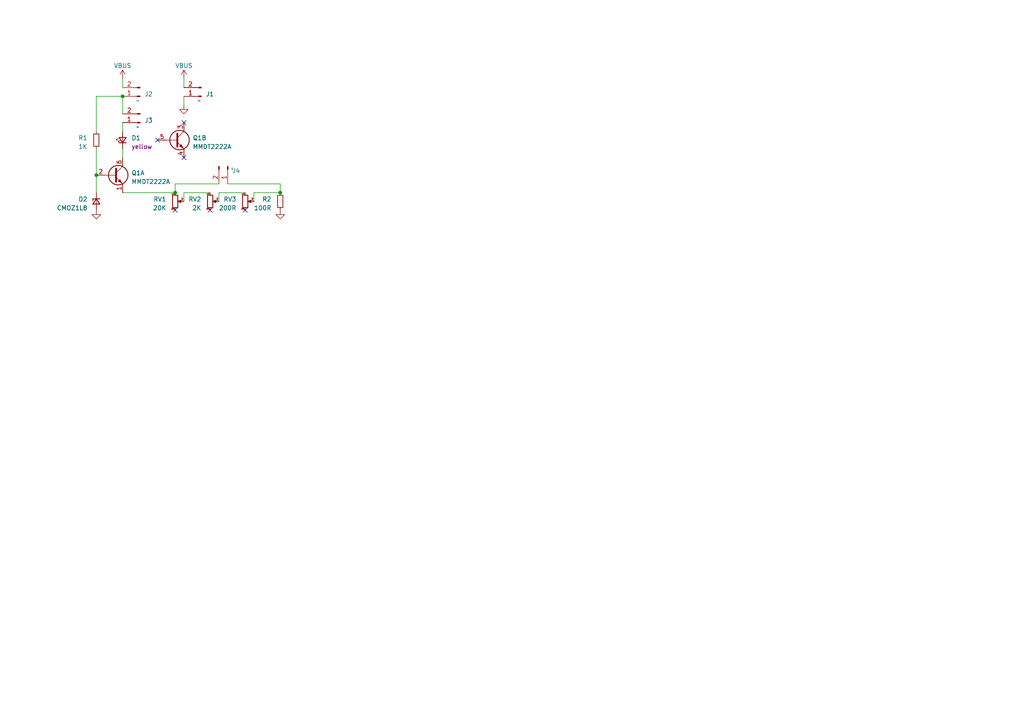
<source format=kicad_sch>
(kicad_sch (version 20230121) (generator eeschema)
  (paper "A4")
  (lib_symbols
    (symbol "Connector:Conn_01x02_Pin" (pin_names (offset 1.016) hide)
      (property "Reference" "J" (at 0 2.54 0))
      (property "Value" "Conn_01x02_Pin" (at 0 -5.08 0))
      (symbol "Conn_01x02_Pin_1_1"
        (polyline (pts (xy 1.27 -2.54) (xy 0.8636 -2.54)) (stroke (width 0.1524)))
        (polyline (pts (xy 1.27 0) (xy 0.8636 0)) (stroke (width 0.1524)))
        (rectangle (start 0.8636 -2.413) (end 0 -2.667) (stroke (width 0.1524)) (fill (type outline)))
        (rectangle (start 0.8636 0.127) (end 0 -0.127) (stroke (width 0.1524)) (fill (type outline)))
        (pin passive line (at 5.08 0 180) (length 3.81) (name "Pin_1") (number "1"))
        (pin passive line (at 5.08 -2.54 180) (length 3.81) (name "Pin_2") (number "2"))
      )
    )
    (symbol "Device:D_Zener_Small" (pin_numbers hide) (pin_names (offset 0.254) hide)
      (property "Reference" "D" (at 0 2.286 0))
      (property "Value" "D_Zener_Small" (at 0 -2.286 0))
      (symbol "D_Zener_Small_0_1"
        (polyline (pts (xy 0.762 0) (xy -0.762 0)))
        (polyline (pts (xy -0.254 1.016) (xy -0.762 1.016) (xy -0.762 -1.016)) (stroke (width 0.254)))
        (polyline (pts (xy 0.762 1.016) (xy -0.762 0) (xy 0.762 -1.016) (xy 0.762 1.016)) (stroke (width 0.254)))
      )
      (symbol "D_Zener_Small_1_1"
        (pin passive line (at -2.54 0 0) (length 1.778) (name "K") (number "1"))
        (pin passive line (at 2.54 0 180) (length 1.778) (name "A") (number "2"))
      )
    )
    (symbol "Device:LED_Small" (pin_numbers hide) (pin_names (offset 0.254) hide)
      (property "Reference" "D" (at -1.27 3.175 0))
      (property "Value" "LED_Small" (at -4.445 -2.54 0))
      (symbol "LED_Small_0_1"
        (polyline (pts (xy -0.762 -1.016) (xy -0.762 1.016)) (stroke (width 0.254)))
        (polyline (pts (xy 1.016 0) (xy -0.762 0)))
        (polyline (pts (xy 0.762 -1.016) (xy -0.762 0) (xy 0.762 1.016) (xy 0.762 -1.016)) (stroke (width 0.254)))
        (polyline (pts (xy 0 0.762) (xy -0.508 1.27) (xy -0.254 1.27) (xy -0.508 1.27) (xy -0.508 1.016)))
        (polyline (pts (xy 0.508 1.27) (xy 0 1.778) (xy 0.254 1.778) (xy 0 1.778) (xy 0 1.524)))
      )
      (symbol "LED_Small_1_1"
        (pin passive line (at -2.54 0 0) (length 1.778) (name "K") (number "1"))
        (pin passive line (at 2.54 0 180) (length 1.778) (name "A") (number "2"))
      )
    )
    (symbol "Device:R_Potentiometer_Small" (pin_names (offset 1.016) hide)
      (property "Reference" "RV" (at -4.445 0 90))
      (property "Value" "R_Potentiometer_Small" (at -2.54 0 90))
      (symbol "R_Potentiometer_Small_0_1"
        (polyline (pts (xy 0.889 0) (xy 0.635 0) (xy 1.651 0.381) (xy 1.651 -0.381) (xy 0.635 0) (xy 0.889 0)) (fill (type outline)))
        (rectangle (start 0.762 1.8034) (end -0.762 -1.8034) (stroke (width 0.254)))
      )
      (symbol "R_Potentiometer_Small_1_1"
        (pin passive line (at 0 2.54 270) (length 0.635) (name "1") (number "1"))
        (pin passive line (at 2.54 0 180) (length 0.9906) (name "2") (number "2"))
        (pin passive line (at 0 -2.54 90) (length 0.635) (name "3") (number "3"))
      )
    )
    (symbol "Device:R_Small" (pin_numbers hide) (pin_names (offset 0.254) hide)
      (property "Reference" "R" (at 0.762 0.508 0))
      (property "Value" "R_Small" (at 0.762 -1.016 0))
      (symbol "R_Small_0_1"
        (rectangle (start -0.762 1.778) (end 0.762 -1.778) (stroke (width 0.2032)))
      )
      (symbol "R_Small_1_1"
        (pin passive line (at 0 2.54 270) (length 0.762) (name "~") (number "1"))
        (pin passive line (at 0 -2.54 90) (length 0.762) (name "~") (number "2"))
      )
    )
    (symbol "Transistor_BJT:BC846BDW1" (pin_names (offset 0) hide)
      (property "Reference" "Q" (at 5.08 1.27 0))
      (property "Value" "BC846BDW1" (at 5.08 -1.27 0))
      (symbol "BC846BDW1_0_1"
        (polyline (pts (xy 0.635 0) (xy -2.54 0)))
        (polyline (pts (xy 0.635 0.635) (xy 2.54 2.54)))
        (polyline (pts (xy 0.635 -0.635) (xy 2.54 -2.54) (xy 2.54 -2.54)))
        (polyline (pts (xy 0.635 1.905) (xy 0.635 -1.905) (xy 0.635 -1.905)) (stroke (width 0.508)))
        (polyline (pts (xy 1.27 -1.778) (xy 1.778 -1.27) (xy 2.286 -2.286) (xy 1.27 -1.778) (xy 1.27 -1.778)) (fill (type outline)))
        (circle (center 1.27 0) (radius 2.8194) (stroke (width 0.254)))
      )
      (symbol "BC846BDW1_1_1"
        (pin passive line (at 2.54 -5.08 90) (length 2.54) (name "E1") (number "1"))
        (pin input line (at -5.08 0 0) (length 2.54) (name "B1") (number "2"))
        (pin passive line (at 2.54 5.08 270) (length 2.54) (name "C1") (number "6"))
      )
      (symbol "BC846BDW1_2_1"
        (pin passive line (at 2.54 5.08 270) (length 2.54) (name "C2") (number "3"))
        (pin passive line (at 2.54 -5.08 90) (length 2.54) (name "E2") (number "4"))
        (pin input line (at -5.08 0 0) (length 2.54) (name "B2") (number "5"))
      )
    )
    (symbol "power:GND" (power) (pin_names (offset 0))
      (property "Value" "GND" (at 0 -3.81 0))
      (symbol "GND_0_1"
        (polyline (pts (xy 0 0) (xy 0 -1.27) (xy 1.27 -1.27) (xy 0 -2.54) (xy -1.27 -1.27) (xy 0 -1.27)))
      )
      (symbol "GND_1_1"
        (pin power_in line (at 0 0 270) (length 0) hide (name "GND") (number "1"))
      )
    )
    (symbol "power:VBUS" (power) (pin_names (offset 0))
      (property "Value" "VBUS" (at 0 3.81 0))
      (symbol "VBUS_0_1"
        (polyline (pts (xy -0.762 1.27) (xy 0 2.54)))
        (polyline (pts (xy 0 0) (xy 0 2.54)))
        (polyline (pts (xy 0 2.54) (xy 0.762 1.27)))
      )
      (symbol "VBUS_1_1"
        (pin power_in line (at 0 0 90) (length 0) hide (name "VBUS") (number "1"))
      )
    )
  )
  (junction (at 27.94 50.8))
  (junction (at 81.28 55.88))
  (junction (at 35.56 27.94))
  (junction (at 50.8 55.88))
  (no_connect (at 53.34 35.56))
  (no_connect (at 45.72 40.64))
  (no_connect (at 71.12 60.96))
  (no_connect (at 53.34 45.72))
  (no_connect (at 60.96 60.96))
  (no_connect (at 50.8 60.96))
  (wire (pts (xy 27.94 43.18) (xy 27.94 50.8)))
  (wire (pts (xy 63.5 58.42) (xy 63.5 55.88)))
  (wire (pts (xy 53.34 22.86) (xy 53.34 25.4)))
  (wire (pts (xy 73.66 55.88) (xy 81.28 55.88)))
  (wire (pts (xy 53.34 27.94) (xy 53.34 30.48)))
  (wire (pts (xy 35.56 45.72) (xy 35.56 43.18)))
  (wire (pts (xy 66.04 53.34) (xy 81.28 53.34)))
  (wire (pts (xy 27.94 50.8) (xy 27.94 55.88)))
  (wire (pts (xy 35.56 27.94) (xy 35.56 33.02)))
  (wire (pts (xy 73.66 58.42) (xy 73.66 55.88)))
  (wire (pts (xy 27.94 27.94) (xy 27.94 38.1)))
  (wire (pts (xy 27.94 27.94) (xy 35.56 27.94)))
  (wire (pts (xy 50.8 55.88) (xy 50.8 53.34)))
  (wire (pts (xy 50.8 53.34) (xy 63.5 53.34)))
  (wire (pts (xy 53.34 58.42) (xy 53.34 55.88)))
  (wire (pts (xy 35.56 22.86) (xy 35.56 25.4)))
  (wire (pts (xy 53.34 55.88) (xy 60.96 55.88)))
  (wire (pts (xy 35.56 55.88) (xy 50.8 55.88)))
  (wire (pts (xy 81.28 53.34) (xy 81.28 55.88)))
  (wire (pts (xy 63.5 55.88) (xy 71.12 55.88)))
  (wire (pts (xy 35.56 38.1) (xy 35.56 35.56)))
  (symbol (lib_id "Device:R_Potentiometer_Small") (at 60.96 58.42 0) (unit 1)
    (property "Reference" "RV2" (at 58.42 57.785 0) (effects (justify right)))
    (property "Value" "2K" (at 58.42 60.325 0) (effects (justify right)))
    (property "Footprint" "Potentiometer_SMD:Potentiometer_Bourns_3314G_Vertical" (effects hide))
    (property "Datasheet" "https://jlcpcb.com/partdetail/Bourns-3314G_1202E/C711704" (effects hide))
    (property "LCSC" "C711704" (effects hide))
  )
  (symbol (lib_id "Device:D_Zener_Small") (at 27.94 58.42 90) (mirror x) (unit 1)
    (property "Reference" "D2" (at 25.4 57.785 90) (effects (justify left)))
    (property "Value" "CMOZ1L8" (at 25.4 60.325 90) (effects (justify left)))
    (property "Footprint" "Diode_SMD:D_SOD-523" (effects hide))
    (property "Datasheet" "https://my.centralsemi.com/datasheets/CMOZ2L4_SERIES.PDF" (effects hide))
  )
  (symbol (lib_id "power:VBUS") (at 35.56 22.86 0) (unit 1)
    (property "Reference" "#PWR01" (effects hide))
    (property "Value" "VBUS" (at 35.56 19.05 0))
  )
  (symbol (lib_id "power:GND") (at 81.28 60.96 0) (unit 1)
    (property "Reference" "#PWR03" (effects hide))
    (property "Value" "GND" (effects hide))
  )
  (symbol (lib_id "Connector:Conn_01x02_Pin") (at 40.64 27.94 180) (unit 1)
    (property "Reference" "J2" (at 41.91 27.305 0) (effects (justify right)))
    (property "Value" "~" (at 40.005 29.21 0))
    (property "Footprint" "Connector_PinHeader_2.54mm:PinHeader_1x02_P2.54mm_Vertical" (effects hide))
  )
  (symbol (lib_id "Device:LED_Small") (at 35.56 40.64 90) (unit 1)
    (property "Reference" "D1" (at 38.1 40.005 90) (effects (justify right)))
    (property "Value" "19-213/Y2C-CQ2R2L/3T(CY)" (effects hide))
    (property "Footprint" "LED_SMD:LED_0603_1608Metric" (effects hide))
    (property "Datasheet" "https://datasheet.lcsc.com/lcsc/1810101813_Everlight-Elec-19-213-Y2C-CQ2R2L-3T-CY_C72038.pdf" (effects hide))
    (property "colour" "yellow" (at 38.1 42.545 90) (effects (justify right)))
    (property "LCSC" "C5240494" (effects hide))
  )
  (symbol (lib_id "Transistor_BJT:BC846BDW1") (at 50.8 40.64 0) (unit 2)
    (property "Reference" "Q1" (at 55.88 40.005 0) (effects (justify left)))
    (property "Value" "MMDT2222A" (at 55.88 42.545 0) (effects (justify left)))
    (property "Footprint" "Package_TO_SOT_SMD:SOT-363_SC-70-6" (effects hide))
    (property "Datasheet" "https://www.diodes.com/assets/Datasheets/ds30125.pdf" (effects hide))
  )
  (symbol (lib_id "Device:R_Small") (at 27.94 40.64 0) (mirror y) (unit 1)
    (property "Reference" "R1" (at 25.4 40.005 0) (effects (justify left)))
    (property "Value" "1K" (at 25.4 42.545 0) (effects (justify left)))
    (property "Footprint" "Resistor_SMD:R_0402_1005Metric" (effects hide))
    (property "LCSC" "C11702" (effects hide))
  )
  (symbol (lib_id "Connector:Conn_01x02_Pin") (at 58.42 27.94 180) (unit 1)
    (property "Reference" "J1" (at 59.69 27.305 0) (effects (justify right)))
    (property "Value" "~" (at 57.785 29.21 0))
    (property "Footprint" "Connector_PinHeader_2.54mm:PinHeader_1x02_P2.54mm_Vertical" (effects hide))
  )
  (symbol (lib_id "power:GND") (at 53.34 30.48 0) (unit 1)
    (property "Reference" "#PWR05" (effects hide))
    (property "Value" "GND" (effects hide))
  )
  (symbol (lib_id "Device:R_Small") (at 81.28 58.42 0) (mirror y) (unit 1)
    (property "Reference" "R2" (at 78.74 57.785 0) (effects (justify left)))
    (property "Value" "100R" (at 78.74 60.325 0) (effects (justify left)))
    (property "Footprint" "Resistor_SMD:R_0402_1005Metric" (effects hide))
    (property "LCSC" "C25087" (effects hide))
  )
  (symbol (lib_id "Connector:Conn_01x02_Pin") (at 40.64 35.56 180) (unit 1)
    (property "Reference" "J3" (at 41.91 34.925 0) (effects (justify right)))
    (property "Value" "~" (at 40.005 36.83 0))
    (property "Footprint" "Connector_PinHeader_2.54mm:PinHeader_1x02_P2.54mm_Vertical" (effects hide))
  )
  (symbol (lib_id "Transistor_BJT:BC846BDW1") (at 33.02 50.8 0) (unit 1)
    (property "Reference" "Q1" (at 38.1 50.165 0) (effects (justify left)))
    (property "Value" "MMDT2222A" (at 38.1 52.705 0) (effects (justify left)))
    (property "Footprint" "Package_TO_SOT_SMD:SOT-363_SC-70-6" (effects hide))
    (property "Datasheet" "https://www.diodes.com/assets/Datasheets/ds30125.pdf" (effects hide))
  )
  (symbol (lib_id "power:GND") (at 27.94 60.96 0) (unit 1)
    (property "Reference" "#PWR02" (effects hide))
    (property "Value" "GND" (effects hide))
  )
  (symbol (lib_id "Connector:Conn_01x02_Pin") (at 66.04 48.26 270) (unit 1)
    (property "Reference" "J4" (at 67.31 49.53 90) (effects (justify left)))
    (property "Value" "~" (at 67.31 48.895 0))
    (property "Footprint" "Connector_PinHeader_2.54mm:PinHeader_1x02_P2.54mm_Vertical" (effects hide))
  )
  (symbol (lib_id "power:VBUS") (at 53.34 22.86 0) (unit 1)
    (property "Reference" "#PWR04" (effects hide))
    (property "Value" "VBUS" (at 53.34 19.05 0))
  )
  (symbol (lib_id "Device:R_Potentiometer_Small") (at 50.8 58.42 0) (unit 1)
    (property "Reference" "RV1" (at 48.26 57.785 0) (effects (justify right)))
    (property "Value" "20K" (at 48.26 60.325 0) (effects (justify right)))
    (property "Footprint" "Potentiometer_SMD:Potentiometer_Bourns_3314G_Vertical" (effects hide))
    (property "Datasheet" "https://jlcpcb.com/partdetail/Bourns-3314G_1203E/C780217" (effects hide))
    (property "LCSC" "C780217" (effects hide))
  )
  (symbol (lib_id "Device:R_Potentiometer_Small") (at 71.12 58.42 0) (unit 1)
    (property "Reference" "RV3" (at 68.58 57.785 0) (effects (justify right)))
    (property "Value" "200R" (at 68.58 60.325 0) (effects (justify right)))
    (property "Footprint" "Potentiometer_SMD:Potentiometer_Bourns_3314G_Vertical" (effects hide))
    (property "Datasheet" "https://jlcpcb.com/partdetail/Bourns-3314G_1202E/C711704" (effects hide))
    (property "LCSC" "C52238" (effects hide))
  )
)
</source>
